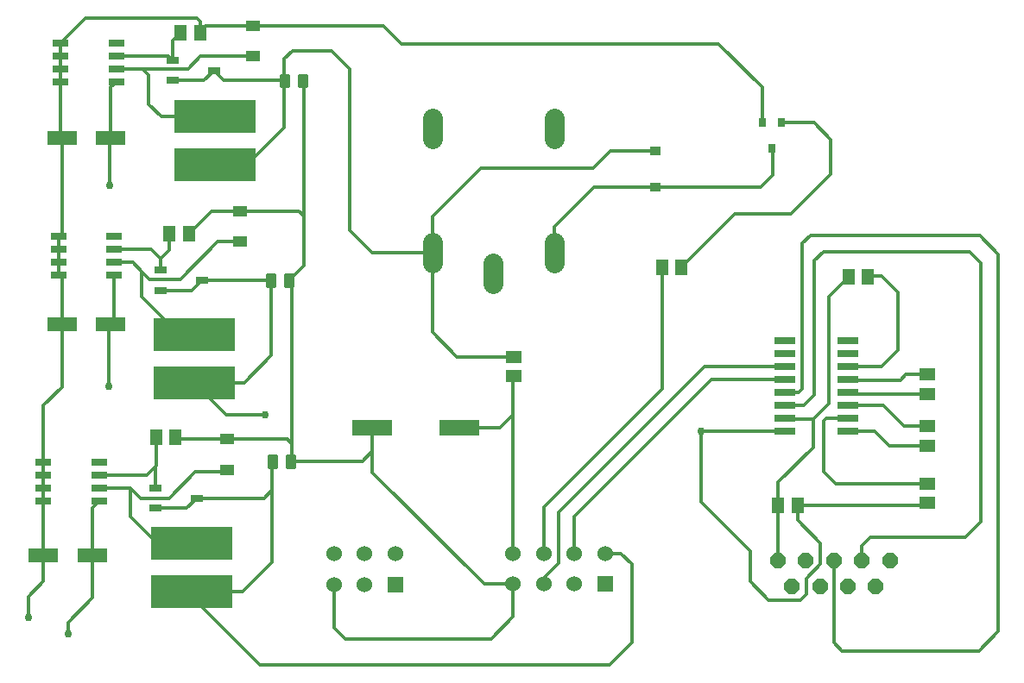
<source format=gbr>
G04 EAGLE Gerber RS-274X export*
G75*
%MOMM*%
%FSLAX34Y34*%
%LPD*%
%INTop Copper*%
%IPPOS*%
%AMOC8*
5,1,8,0,0,1.08239X$1,22.5*%
G01*
%ADD10R,2.032000X0.660400*%
%ADD11R,1.300000X1.500000*%
%ADD12R,1.500000X1.300000*%
%ADD13P,1.649562X8X202.500000*%
%ADD14C,1.530000*%
%ADD15R,1.530000X1.530000*%
%ADD16R,1.550000X0.700000*%
%ADD17R,8.000000X3.300000*%
%ADD18R,1.370000X1.120000*%
%ADD19R,1.270000X0.635000*%
%ADD20C,0.254000*%
%ADD21R,3.000000X1.400000*%
%ADD22C,1.981200*%
%ADD23R,1.130000X0.920000*%
%ADD24R,0.650000X0.950000*%
%ADD25R,3.900000X1.600000*%
%ADD26C,0.304800*%
%ADD27C,0.756400*%


D10*
X843734Y249550D03*
X782266Y249550D03*
X843734Y262250D03*
X843734Y274950D03*
X782266Y262250D03*
X782266Y274950D03*
X843734Y287650D03*
X782266Y287650D03*
X843734Y300350D03*
X782266Y300350D03*
X843734Y313050D03*
X843734Y325750D03*
X782266Y313050D03*
X782266Y325750D03*
X843734Y338450D03*
X782266Y338450D03*
D11*
X863500Y401000D03*
X844500Y401000D03*
D12*
X922000Y254500D03*
X922000Y235500D03*
X922000Y305500D03*
X922000Y286500D03*
D11*
X775500Y177000D03*
X794500Y177000D03*
D12*
X922000Y198500D03*
X922000Y179500D03*
D13*
X884864Y122700D03*
X857432Y122700D03*
X830000Y122700D03*
X802568Y122700D03*
X775136Y122700D03*
X871148Y97300D03*
X843716Y97300D03*
X816284Y97300D03*
X788852Y97300D03*
D14*
X575622Y99652D03*
X575622Y129652D03*
X545622Y99652D03*
X545622Y129652D03*
D15*
X605622Y99652D03*
D14*
X515622Y99652D03*
X605622Y129652D03*
X515622Y129652D03*
D15*
X400000Y99420D03*
D14*
X400000Y129420D03*
X370000Y99420D03*
X340000Y99420D03*
X370000Y129420D03*
X340000Y129420D03*
D12*
X516000Y322500D03*
X516000Y303500D03*
D16*
X126250Y592950D03*
X126250Y605650D03*
X126250Y618350D03*
X126250Y631050D03*
X71750Y631050D03*
X71750Y618350D03*
X71750Y605650D03*
X71750Y592950D03*
D17*
X223000Y558500D03*
X223000Y511500D03*
D18*
X260000Y618000D03*
X260000Y648000D03*
D19*
X222000Y604000D03*
X182000Y614000D03*
X182000Y594000D03*
D20*
X305080Y599715D02*
X312700Y599715D01*
X312700Y588285D01*
X305080Y588285D01*
X305080Y599715D01*
X305080Y590698D02*
X312700Y590698D01*
X312700Y593111D02*
X305080Y593111D01*
X305080Y595524D02*
X312700Y595524D01*
X312700Y597937D02*
X305080Y597937D01*
X294920Y599715D02*
X287300Y599715D01*
X294920Y599715D02*
X294920Y588285D01*
X287300Y588285D01*
X287300Y599715D01*
X287300Y590698D02*
X294920Y590698D01*
X294920Y593111D02*
X287300Y593111D01*
X287300Y595524D02*
X294920Y595524D01*
X294920Y597937D02*
X287300Y597937D01*
D16*
X124250Y402950D03*
X124250Y415650D03*
X124250Y428350D03*
X124250Y441050D03*
X69750Y441050D03*
X69750Y428350D03*
X69750Y415650D03*
X69750Y402950D03*
D17*
X203000Y344500D03*
X203000Y297500D03*
D18*
X248000Y436000D03*
X248000Y466000D03*
D19*
X210000Y398000D03*
X170000Y408000D03*
X170000Y388000D03*
D20*
X292080Y403715D02*
X299700Y403715D01*
X299700Y392285D01*
X292080Y392285D01*
X292080Y403715D01*
X292080Y394698D02*
X299700Y394698D01*
X299700Y397111D02*
X292080Y397111D01*
X292080Y399524D02*
X299700Y399524D01*
X299700Y401937D02*
X292080Y401937D01*
X281920Y403715D02*
X274300Y403715D01*
X281920Y403715D02*
X281920Y392285D01*
X274300Y392285D01*
X274300Y403715D01*
X274300Y394698D02*
X281920Y394698D01*
X281920Y397111D02*
X274300Y397111D01*
X274300Y399524D02*
X281920Y399524D01*
X281920Y401937D02*
X274300Y401937D01*
D16*
X109250Y180950D03*
X109250Y193650D03*
X109250Y206350D03*
X109250Y219050D03*
X54750Y219050D03*
X54750Y206350D03*
X54750Y193650D03*
X54750Y180950D03*
D17*
X200000Y139500D03*
X200000Y92500D03*
D18*
X235000Y212000D03*
X235000Y242000D03*
D19*
X205000Y184000D03*
X165000Y194000D03*
X165000Y174000D03*
D20*
X293080Y225715D02*
X300700Y225715D01*
X300700Y214285D01*
X293080Y214285D01*
X293080Y225715D01*
X293080Y216698D02*
X300700Y216698D01*
X300700Y219111D02*
X293080Y219111D01*
X293080Y221524D02*
X300700Y221524D01*
X300700Y223937D02*
X293080Y223937D01*
X282920Y225715D02*
X275300Y225715D01*
X282920Y225715D02*
X282920Y214285D01*
X275300Y214285D01*
X275300Y225715D01*
X275300Y216698D02*
X282920Y216698D01*
X282920Y219111D02*
X275300Y219111D01*
X275300Y221524D02*
X282920Y221524D01*
X282920Y223937D02*
X275300Y223937D01*
D21*
X73000Y538000D03*
X121000Y538000D03*
X73000Y355000D03*
X121000Y355000D03*
X55000Y128000D03*
X103000Y128000D03*
D11*
X208500Y641000D03*
X189500Y641000D03*
X197500Y444000D03*
X178500Y444000D03*
X184500Y244000D03*
X165500Y244000D03*
D22*
X496000Y394844D02*
X496000Y414656D01*
X555690Y415164D02*
X555690Y434976D01*
X436310Y434976D02*
X436310Y415164D01*
X436310Y537084D02*
X436310Y556896D01*
X555690Y556896D02*
X555690Y537084D01*
D23*
X655000Y524500D03*
X655000Y489500D03*
D24*
X759500Y552500D03*
X778500Y552500D03*
X769000Y527500D03*
D11*
X661500Y411000D03*
X680500Y411000D03*
D25*
X462500Y253000D03*
X377500Y253000D03*
D26*
X200000Y388000D02*
X170000Y388000D01*
X200000Y388000D02*
X210000Y398000D01*
X278110Y398000D01*
X251500Y297500D02*
X203000Y297500D01*
X278110Y324110D02*
X278110Y398000D01*
X278110Y324110D02*
X251500Y297500D01*
X234500Y266000D02*
X203000Y297500D01*
D27*
X272000Y266000D03*
D26*
X234500Y266000D01*
X267000Y20000D02*
X610000Y20000D01*
X632000Y42000D02*
X632000Y119000D01*
X621348Y129652D01*
X605622Y129652D01*
X632000Y42000D02*
X610000Y20000D01*
X250500Y92500D02*
X200000Y92500D01*
X279110Y121110D02*
X279110Y192000D01*
X279110Y220000D01*
X279110Y121110D02*
X250500Y92500D01*
X195000Y174000D02*
X165000Y174000D01*
X195000Y174000D02*
X205000Y184000D01*
X271110Y184000D01*
X279110Y192000D01*
X200000Y87000D02*
X267000Y20000D01*
X200000Y87000D02*
X200000Y92500D01*
X515622Y266000D02*
X515622Y302000D01*
X515622Y266000D02*
X515622Y129652D01*
X515622Y302000D02*
X515622Y303122D01*
X516000Y303500D01*
X515622Y303122D02*
X515245Y303500D01*
D27*
X700000Y250000D03*
D26*
X781816Y250000D01*
X782266Y249550D01*
X917500Y175000D02*
X919500Y177000D01*
X794500Y177000D01*
X919500Y177000D02*
X922000Y179500D01*
X700000Y180000D02*
X700000Y250000D01*
X700000Y180000D02*
X748000Y132000D01*
X794500Y177000D02*
X795000Y176500D01*
X748000Y132000D02*
X748000Y102000D01*
X766000Y84000D01*
X797000Y84000D01*
X803000Y90000D01*
X794500Y162500D02*
X794500Y177000D01*
X803000Y105000D02*
X803000Y90000D01*
X803000Y105000D02*
X817000Y119000D01*
X817000Y140000D01*
X794500Y162500D01*
X515622Y302000D02*
X514622Y303000D01*
X515622Y266000D02*
X502622Y253000D01*
X462500Y253000D01*
X487348Y99652D02*
X515622Y99652D01*
X825000Y381500D02*
X844500Y401000D01*
X825000Y381500D02*
X825000Y277000D01*
X810000Y262000D01*
X782516Y262000D02*
X782266Y262250D01*
X782516Y262000D02*
X810000Y262000D01*
X810000Y234000D01*
X775500Y199500D02*
X775500Y180000D01*
X775500Y177000D01*
X775500Y199500D02*
X810000Y234000D01*
X775136Y179636D02*
X775136Y122700D01*
X775136Y179636D02*
X775500Y180000D01*
X298890Y237000D02*
X298890Y395000D01*
X298890Y237000D02*
X298890Y222000D01*
X296890Y220000D01*
X298890Y395000D02*
X295890Y398000D01*
X310000Y461000D02*
X310000Y592890D01*
X310000Y461000D02*
X310000Y412110D01*
X295890Y398000D01*
X310000Y592890D02*
X308890Y594000D01*
X388000Y648000D02*
X406000Y630000D01*
X759500Y587500D02*
X759500Y552500D01*
X717000Y630000D02*
X406000Y630000D01*
X717000Y630000D02*
X759500Y587500D01*
X388000Y648000D02*
X260000Y648000D01*
X213500Y648000D01*
X208500Y643000D01*
X208500Y641000D01*
X71750Y631050D02*
X71750Y618350D01*
X71750Y605650D01*
X71750Y592950D01*
X71750Y539250D01*
X73000Y538000D01*
X73000Y444300D01*
X69750Y441050D01*
X69750Y428350D01*
X69750Y415650D01*
X69750Y402950D01*
X73000Y399700D01*
X73000Y355000D01*
X197500Y444000D02*
X219500Y466000D01*
X248000Y466000D01*
X54750Y219050D02*
X54750Y206350D01*
X54750Y193650D01*
X54750Y180950D01*
X54750Y128250D01*
X55000Y128000D01*
D27*
X40000Y67000D03*
D26*
X40000Y87000D01*
X55000Y102000D02*
X55000Y128000D01*
X55000Y102000D02*
X40000Y87000D01*
X340000Y99420D02*
X340000Y57000D01*
X351000Y46000D01*
X494000Y46000D01*
X515622Y67622D02*
X515622Y99652D01*
X515622Y67622D02*
X494000Y46000D01*
X186500Y242000D02*
X184500Y244000D01*
X186500Y242000D02*
X235000Y242000D01*
X54750Y219050D02*
X54750Y274750D01*
X73000Y293000D02*
X73000Y355000D01*
X73000Y293000D02*
X54750Y274750D01*
X71750Y631050D02*
X96076Y655376D01*
X208500Y652000D02*
X208500Y641000D01*
X208500Y652000D02*
X205124Y655376D01*
X96076Y655376D01*
X248000Y466000D02*
X305000Y466000D01*
X310000Y461000D01*
X293890Y242000D02*
X235000Y242000D01*
X293890Y242000D02*
X298890Y237000D01*
X377500Y230000D02*
X377500Y209500D01*
X377500Y230000D02*
X377500Y253000D01*
X377500Y209500D02*
X487348Y99652D01*
X367500Y220000D02*
X377500Y230000D01*
X367500Y220000D02*
X296890Y220000D01*
X575622Y165622D02*
X575622Y129652D01*
X710350Y300350D02*
X782266Y300350D01*
X710350Y300350D02*
X575622Y165622D01*
X545622Y105622D02*
X545622Y99652D01*
X545622Y105622D02*
X560000Y120000D01*
X560000Y170000D01*
X703050Y313050D01*
X782266Y313050D01*
X884500Y235500D02*
X922000Y235500D01*
X884500Y235500D02*
X870000Y250000D01*
X844184Y250000D01*
X843734Y249550D01*
X844884Y286500D02*
X922000Y286500D01*
X844884Y286500D02*
X843734Y287650D01*
X898500Y254500D02*
X922000Y254500D01*
X878050Y274950D02*
X843734Y274950D01*
X878050Y274950D02*
X898500Y254500D01*
X900500Y305500D02*
X922000Y305500D01*
X900500Y305500D02*
X895000Y300000D01*
X844084Y300000D01*
X843734Y300350D01*
X843734Y262250D02*
X822250Y262250D01*
X820000Y260000D01*
X820000Y210000D01*
X831500Y198500D02*
X922000Y198500D01*
X831500Y198500D02*
X820000Y210000D01*
X843734Y313050D02*
X877050Y313050D01*
X893000Y329000D01*
X893000Y386000D01*
X877000Y402000D01*
X864500Y402000D01*
X863500Y401000D01*
X857432Y137432D02*
X857432Y122700D01*
X857432Y137432D02*
X866000Y146000D01*
X959000Y146000D01*
X974000Y161000D01*
X974000Y415000D01*
X963000Y426000D01*
X820000Y426000D01*
X811000Y417000D01*
X811000Y285000D01*
X800950Y274950D02*
X782266Y274950D01*
X800950Y274950D02*
X811000Y285000D01*
X795650Y287650D02*
X782266Y287650D01*
X795650Y287650D02*
X799000Y291000D01*
X799000Y434000D02*
X807000Y442000D01*
X973000Y442000D01*
X972000Y34000D02*
X838000Y34000D01*
X799000Y291000D02*
X799000Y434000D01*
X973000Y442000D02*
X991313Y423687D01*
X990894Y52894D02*
X990313Y52313D01*
X990894Y52894D02*
X991313Y53313D01*
X990313Y52313D02*
X972000Y34000D01*
X838000Y34000D02*
X830000Y42000D01*
X830000Y122700D01*
X991313Y53313D02*
X991313Y423687D01*
X121000Y538000D02*
X121000Y587700D01*
X126250Y592950D01*
D27*
X120000Y491000D03*
D26*
X120000Y537000D01*
X121000Y538000D01*
D27*
X79000Y51000D03*
D26*
X103000Y86000D02*
X103000Y128000D01*
X79000Y62000D02*
X79000Y51000D01*
X79000Y62000D02*
X103000Y86000D01*
X103000Y128000D02*
X103000Y174700D01*
X109250Y180950D01*
X121000Y355000D02*
X124250Y358250D01*
X124250Y402950D01*
D27*
X119000Y294000D03*
D26*
X119000Y353000D01*
X121000Y355000D01*
X545622Y175622D02*
X545622Y129652D01*
X661500Y291500D02*
X661500Y411000D01*
X661500Y291500D02*
X545622Y175622D01*
X152000Y605650D02*
X126250Y605650D01*
X152000Y605650D02*
X196650Y605650D01*
X209000Y618000D02*
X260000Y618000D01*
X209000Y618000D02*
X196650Y605650D01*
X170500Y558500D02*
X223000Y558500D01*
X158000Y599650D02*
X152000Y605650D01*
X158000Y571000D02*
X170500Y558500D01*
X158000Y571000D02*
X158000Y599650D01*
X182000Y594000D02*
X212000Y594000D01*
X222000Y604000D01*
X232000Y594000D01*
X291110Y594000D01*
X254500Y511500D02*
X223000Y511500D01*
X291110Y548110D02*
X291110Y594000D01*
X291110Y548110D02*
X254500Y511500D01*
X291110Y594000D02*
X291110Y615110D01*
X299000Y623000D01*
X337000Y623000D01*
X355000Y605000D02*
X355000Y447000D01*
X355000Y605000D02*
X337000Y623000D01*
X436310Y460310D02*
X436310Y425070D01*
X610500Y524500D02*
X655000Y524500D01*
X484000Y508000D02*
X436310Y460310D01*
X484000Y508000D02*
X594000Y508000D01*
X610500Y524500D01*
X516000Y322500D02*
X460500Y322500D01*
X436310Y346690D01*
X436310Y425070D01*
X376930Y425070D02*
X355000Y447000D01*
X376930Y425070D02*
X436310Y425070D01*
X177650Y618350D02*
X126250Y618350D01*
X177650Y618350D02*
X182000Y614000D01*
X182000Y633500D01*
X189500Y641000D01*
X142350Y415650D02*
X124250Y415650D01*
X142350Y415650D02*
X151500Y406500D01*
X159000Y399000D01*
X226000Y436000D02*
X248000Y436000D01*
X189000Y399000D02*
X159000Y399000D01*
X189000Y399000D02*
X226000Y436000D01*
X151500Y406500D02*
X151500Y381500D01*
X188500Y344500D02*
X203000Y344500D01*
X188500Y344500D02*
X151500Y381500D01*
X170000Y408000D02*
X170000Y419000D01*
X160650Y428350D02*
X124250Y428350D01*
X160650Y428350D02*
X170000Y419000D01*
X178500Y427500D02*
X178500Y444000D01*
X178500Y427500D02*
X170000Y419000D01*
X235000Y212000D02*
X235000Y210000D01*
X140350Y193650D02*
X109250Y193650D01*
X204000Y210000D02*
X235000Y210000D01*
X150000Y184000D02*
X140350Y193650D01*
X150000Y184000D02*
X178000Y184000D01*
X204000Y210000D01*
X200000Y139500D02*
X166500Y139500D01*
X140000Y166000D01*
X140000Y193300D01*
X140350Y193650D01*
X165000Y194000D02*
X165000Y215000D01*
X156350Y206350D02*
X109250Y206350D01*
X156350Y206350D02*
X165000Y215000D01*
X165500Y215500D01*
X165500Y244000D01*
X680500Y411000D02*
X732500Y463000D01*
X827000Y502000D02*
X827000Y536000D01*
X810500Y552500D01*
X778500Y552500D01*
X788000Y463000D02*
X732500Y463000D01*
X788000Y463000D02*
X827000Y502000D01*
X555690Y450690D02*
X555690Y425070D01*
X594500Y489500D02*
X655000Y489500D01*
X594500Y489500D02*
X555690Y450690D01*
X655000Y489500D02*
X758500Y489500D01*
X770000Y501000D01*
X770000Y526500D01*
X769000Y527500D01*
M02*

</source>
